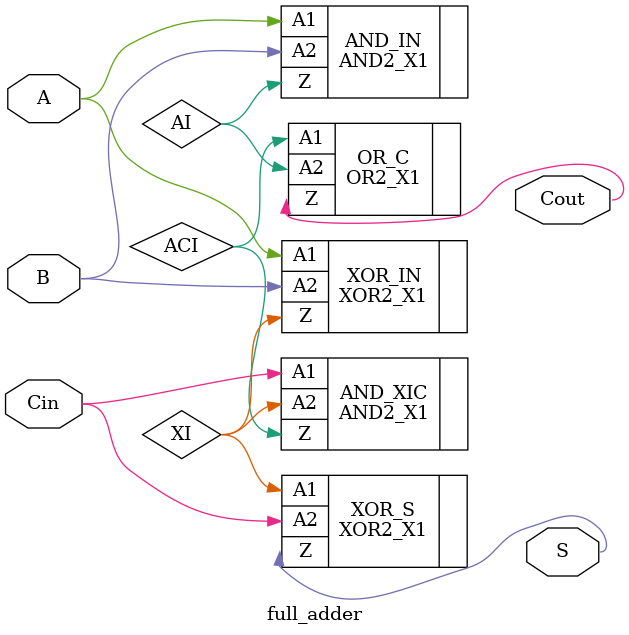
<source format=v>
module adder
	#(parameter N=4)
	 (input [N-1:0] A,
	  input [N-1:0] B,
       	  output [N-1:0] S,
	  output C);

       wire [N:0] Cint;
       wire [N-1:0] Abuf1, Abuf2;
       wire [N-1:0] Bbuf1, Bbuf2;
       wire [N-1:0] Sbuf1, Sbuf2;
   wire 	  Cbuf;
   
	assign Cint[0] = 0;
	genvar i;	

	generate
		for (i=0; i<N; i = i+1) begin
		   BUF_X4 AB1 (.I (A[i]), .Z(Abuf1[i]));
		   BUF_X4 AB2 (.I (Abuf1[i]), .Z(Abuf2[i]));
		   BUF_X4 BB1 (.I (B[i]), .Z(Bbuf1[i]));
		   BUF_X4 BB2 (.I (Bbuf1[i]), .Z(Bbuf2[i]));
		   full_adder A0 (.A (Abuf2[i]), .B(Bbuf2[i]), .Cin(Cint[i]), .S(Sbuf1[i]), .Cout(Cint[i+1]) );
		   BUF_X4 SB1 (.I (Sbuf1[i]), .Z(Sbuf2[i]));
		   BUF_X4 SB2 (.I (Sbuf2[i]), .Z(S[i]));
		end
	endgenerate

        BUF_X4 CB1 (.I (Cint[N]), .Z(Cbuf));
        BUF_X4 CB2 (.I (Cbuf), .Z(C));

endmodule

module full_adder(A, B, Cin, S, Cout);
	input A, B, Cin;
	output S, Cout;

	wire XI;

	XOR2_X1 XOR_IN (.A1 (A), .A2(B), .Z(XI));
	XOR2_X1 XOR_S  (.A1 (XI), .A2(Cin), .Z(S));

	AND2_X1 AND_XIC (.A1 (Cin), .A2(XI), .Z(ACI));
	AND2_X1 AND_IN (.A1 (A), .A2(B), .Z(AI));
	OR2_X1  OR_C (.A1(ACI), .A2(AI), .Z(Cout));
	
endmodule

</source>
